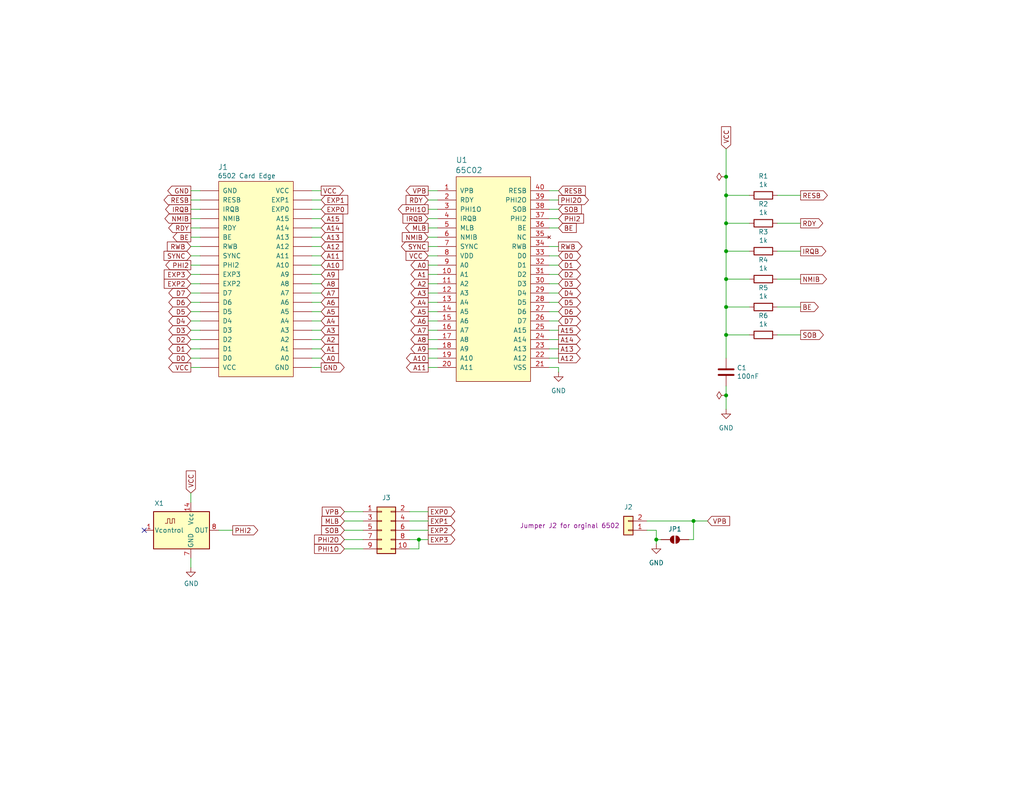
<source format=kicad_sch>
(kicad_sch (version 20250114) (generator "eeschema") (generator_version "9.0")
  (paper "USLetter")
  (title_block (title "6502 CPU Card") (date "2024-07-03") (rev "1.0") (company "A.C. Wright Design"))
  (lib_symbols
    (symbol "6502 Parts:6502 Card Edge" (pin_names (offset 1.016)) (in_bom no)
      (property "Reference" "J" (at -10.16 28.448 0))
      (property "Value" "6502 Card Edge" (at -5.588 26.924 0))
      (symbol "6502 Card Edge_1_0"
        (rectangle (start -10.16 25.4) (end 10.16 -27.94) (fill (type background)))
        (pin power_in line (at -15.24 22.86 0) (length 5.08) (name "GND") (number "GND"))
        (pin bidirectional line (at -15.24 20.32 0) (length 5.08) (name "RESB") (number "RESB"))
        (pin bidirectional line (at -15.24 17.78 0) (length 5.08) (name "IRQB") (number "IRQB"))
        (pin bidirectional line (at -15.24 15.24 0) (length 5.08) (name "NMIB") (number "NMIB"))
        (pin bidirectional line (at -15.24 12.7 0) (length 5.08) (name "RDY") (number "RDY"))
        (pin bidirectional line (at -15.24 10.16 0) (length 5.08) (name "BE") (number "BE"))
        (pin bidirectional line (at -15.24 7.62 0) (length 5.08) (name "RWB") (number "RWB"))
        (pin bidirectional line (at -15.24 5.08 0) (length 5.08) (name "SYNC") (number "SYNC"))
        (pin bidirectional line (at -15.24 2.54 0) (length 5.08) (name "PHI2") (number "PHI2"))
        (pin bidirectional line (at -15.24 0 0) (length 5.08) (name "EXP3") (number "EXP3"))
        (pin bidirectional line (at -15.24 -2.54 0) (length 5.08) (name "EXP2") (number "EXP2"))
        (pin bidirectional line (at -15.24 -5.08 0) (length 5.08) (name "D7") (number "D7"))
        (pin bidirectional line (at -15.24 -7.62 0) (length 5.08) (name "D6") (number "D6"))
        (pin bidirectional line (at -15.24 -10.16 0) (length 5.08) (name "D5") (number "D5"))
        (pin bidirectional line (at -15.24 -12.7 0) (length 5.08) (name "D4") (number "D4"))
        (pin bidirectional line (at -15.24 -15.24 0) (length 5.08) (name "D3") (number "D3"))
        (pin bidirectional line (at -15.24 -17.78 0) (length 5.08) (name "D2") (number "D2"))
        (pin bidirectional line (at -15.24 -20.32 0) (length 5.08) (name "D1") (number "D1"))
        (pin bidirectional line (at -15.24 -22.86 0) (length 5.08) (name "D0") (number "D0"))
        (pin power_in line (at -15.24 -25.4 0) (length 5.08) (name "VCC") (number "VCC"))
        (pin power_in line (at 15.24 22.86 180) (length 5.08) (name "VCC") (number "VCC"))
        (pin bidirectional line (at 15.24 20.32 180) (length 5.08) (name "EXP1") (number "EXP1"))
        (pin bidirectional line (at 15.24 17.78 180) (length 5.08) (name "EXP0") (number "EXP0"))
        (pin bidirectional line (at 15.24 15.24 180) (length 5.08) (name "A15") (number "A15"))
        (pin bidirectional line (at 15.24 12.7 180) (length 5.08) (name "A14") (number "A14"))
        (pin bidirectional line (at 15.24 10.16 180) (length 5.08) (name "A13") (number "A13"))
        (pin bidirectional line (at 15.24 7.62 180) (length 5.08) (name "A12") (number "A12"))
        (pin bidirectional line (at 15.24 5.08 180) (length 5.08) (name "A11") (number "A11"))
        (pin bidirectional line (at 15.24 2.54 180) (length 5.08) (name "A10") (number "A10"))
        (pin bidirectional line (at 15.24 0 180) (length 5.08) (name "A9") (number "A9"))
        (pin bidirectional line (at 15.24 -2.54 180) (length 5.08) (name "A8") (number "A8"))
        (pin bidirectional line (at 15.24 -5.08 180) (length 5.08) (name "A7") (number "A7"))
        (pin bidirectional line (at 15.24 -7.62 180) (length 5.08) (name "A6") (number "A6"))
        (pin bidirectional line (at 15.24 -10.16 180) (length 5.08) (name "A5") (number "A5"))
        (pin bidirectional line (at 15.24 -12.7 180) (length 5.08) (name "A4") (number "A4"))
        (pin bidirectional line (at 15.24 -15.24 180) (length 5.08) (name "A3") (number "A3"))
        (pin bidirectional line (at 15.24 -17.78 180) (length 5.08) (name "A2") (number "A2"))
        (pin bidirectional line (at 15.24 -20.32 180) (length 5.08) (name "A1") (number "A1"))
        (pin bidirectional line (at 15.24 -22.86 180) (length 5.08) (name "A0") (number "A0"))
        (pin power_in line (at 15.24 -25.4 180) (length 5.08) (name "GND") (number "GND"))
      )
    )
    (symbol "6502 Parts:65C02" (pin_names (offset 1.016))
      (property "Reference" "U" (at 5.08 8.382 0))
      (property "Value" "65C02" (at 5.08 5.842 0))
      (symbol "65C02_0_1"
        (rectangle (start 5.08 3.81) (end 25.4 -52.07) (fill (type background)))
      )
      (symbol "65C02_1_0"
        (pin bidirectional line (at 0 0 0) (length 5.08) (name "VPB") (number "1"))
        (pin bidirectional line (at 0 -2.54 0) (length 5.08) (name "RDY") (number "2"))
        (pin bidirectional line (at 0 -5.08 0) (length 5.08) (name "PHI1O") (number "3"))
        (pin input line (at 0 -7.62 0) (length 5.08) (name "IRQB") (number "4"))
        (pin bidirectional line (at 0 -10.16 0) (length 5.08) (name "MLB") (number "5"))
        (pin input line (at 0 -12.7 0) (length 5.08) (name "NMIB") (number "6"))
        (pin output line (at 0 -15.24 0) (length 5.08) (name "SYNC") (number "7"))
        (pin power_in line (at 0 -17.78 0) (length 5.08) (name "VDD") (number "8"))
        (pin output line (at 0 -20.32 0) (length 5.08) (name "A0") (number "9"))
        (pin output line (at 0 -22.86 0) (length 5.08) (name "A1") (number "10"))
        (pin output line (at 0 -25.4 0) (length 5.08) (name "A2") (number "11"))
        (pin output line (at 0 -27.94 0) (length 5.08) (name "A3") (number "12"))
        (pin output line (at 0 -30.48 0) (length 5.08) (name "A4") (number "13"))
        (pin output line (at 0 -33.02 0) (length 5.08) (name "A5") (number "14"))
        (pin output line (at 0 -35.56 0) (length 5.08) (name "A6") (number "15"))
        (pin output line (at 0 -38.1 0) (length 5.08) (name "A7") (number "16"))
        (pin output line (at 0 -40.64 0) (length 5.08) (name "A8") (number "17"))
        (pin output line (at 0 -43.18 0) (length 5.08) (name "A9") (number "18"))
        (pin output line (at 0 -45.72 0) (length 5.08) (name "A10") (number "19"))
        (pin output line (at 0 -48.26 0) (length 5.08) (name "A11") (number "20"))
        (pin input line (at 30.48 0 180) (length 5.08) (name "RESB") (number "40"))
        (pin bidirectional line (at 30.48 -2.54 180) (length 5.08) (name "PHI2O") (number "39"))
        (pin bidirectional line (at 30.48 -5.08 180) (length 5.08) (name "SOB") (number "38"))
        (pin bidirectional line (at 30.48 -7.62 180) (length 5.08) (name "PHI2") (number "37"))
        (pin bidirectional line (at 30.48 -10.16 180) (length 5.08) (name "BE") (number "36"))
        (pin no_connect line (at 30.48 -12.7 180) (length 5.08) (name "NC") (number "35"))
        (pin output line (at 30.48 -15.24 180) (length 5.08) (name "RWB") (number "34"))
        (pin output line (at 30.48 -17.78 180) (length 5.08) (name "D0") (number "33"))
        (pin output line (at 30.48 -20.32 180) (length 5.08) (name "D1") (number "32"))
        (pin output line (at 30.48 -22.86 180) (length 5.08) (name "D2") (number "31"))
        (pin output line (at 30.48 -25.4 180) (length 5.08) (name "D3") (number "30"))
        (pin output line (at 30.48 -27.94 180) (length 5.08) (name "D4") (number "29"))
        (pin output line (at 30.48 -30.48 180) (length 5.08) (name "D5") (number "28"))
        (pin output line (at 30.48 -33.02 180) (length 5.08) (name "D6") (number "27"))
        (pin output line (at 30.48 -35.56 180) (length 5.08) (name "D7") (number "26"))
        (pin output line (at 30.48 -38.1 180) (length 5.08) (name "A15") (number "25"))
        (pin output line (at 30.48 -40.64 180) (length 5.08) (name "A14") (number "24"))
        (pin output line (at 30.48 -43.18 180) (length 5.08) (name "A13") (number "23"))
        (pin output line (at 30.48 -45.72 180) (length 5.08) (name "A12") (number "22"))
        (pin power_in line (at 30.48 -48.26 180) (length 5.08) (name "VSS") (number "21"))
      )
    )
    (symbol "Connector_Generic:Conn_01x02" (pin_names (offset 1.016) (hide yes))
      (property "Reference" "J" (at 0 2.54 0))
      (property "Value" "Conn_01x02" (at 0 -5.08 0))
      (symbol "Conn_01x02_1_1"
        (rectangle (start -1.27 1.27) (end 1.27 -3.81) (stroke (width 0.254)) (fill (type background)))
        (rectangle (start -1.27 0.127) (end 0 -0.127) (stroke (width 0.1524)))
        (rectangle (start -1.27 -2.413) (end 0 -2.667) (stroke (width 0.1524)))
        (pin passive line (at -5.08 0 0) (length 3.81) (name "Pin_1") (number "1"))
        (pin passive line (at -5.08 -2.54 0) (length 3.81) (name "Pin_2") (number "2"))
      )
    )
    (symbol "Connector_Generic:Conn_02x05_Odd_Even" (pin_names (offset 1.016) (hide yes))
      (property "Reference" "J" (at 1.27 7.62 0))
      (property "Value" "Conn_02x05_Odd_Even" (at 1.27 -7.62 0))
      (symbol "Conn_02x05_Odd_Even_1_1"
        (rectangle (start -1.27 6.35) (end 3.81 -6.35) (stroke (width 0.254)) (fill (type background)))
        (rectangle (start -1.27 5.207) (end 0 4.953) (stroke (width 0.1524)))
        (rectangle (start -1.27 2.667) (end 0 2.413) (stroke (width 0.1524)))
        (rectangle (start -1.27 0.127) (end 0 -0.127) (stroke (width 0.1524)))
        (rectangle (start -1.27 -2.413) (end 0 -2.667) (stroke (width 0.1524)))
        (rectangle (start -1.27 -4.953) (end 0 -5.207) (stroke (width 0.1524)))
        (rectangle (start 3.81 5.207) (end 2.54 4.953) (stroke (width 0.1524)))
        (rectangle (start 3.81 2.667) (end 2.54 2.413) (stroke (width 0.1524)))
        (rectangle (start 3.81 0.127) (end 2.54 -0.127) (stroke (width 0.1524)))
        (rectangle (start 3.81 -2.413) (end 2.54 -2.667) (stroke (width 0.1524)))
        (rectangle (start 3.81 -4.953) (end 2.54 -5.207) (stroke (width 0.1524)))
        (pin passive line (at -5.08 5.08 0) (length 3.81) (name "Pin_1") (number "1"))
        (pin passive line (at -5.08 2.54 0) (length 3.81) (name "Pin_3") (number "3"))
        (pin passive line (at -5.08 0 0) (length 3.81) (name "Pin_5") (number "5"))
        (pin passive line (at -5.08 -2.54 0) (length 3.81) (name "Pin_7") (number "7"))
        (pin passive line (at -5.08 -5.08 0) (length 3.81) (name "Pin_9") (number "9"))
        (pin passive line (at 7.62 5.08 180) (length 3.81) (name "Pin_2") (number "2"))
        (pin passive line (at 7.62 2.54 180) (length 3.81) (name "Pin_4") (number "4"))
        (pin passive line (at 7.62 0 180) (length 3.81) (name "Pin_6") (number "6"))
        (pin passive line (at 7.62 -2.54 180) (length 3.81) (name "Pin_8") (number "8"))
        (pin passive line (at 7.62 -5.08 180) (length 3.81) (name "Pin_10") (number "10"))
      )
    )
    (symbol "Device:C" (pin_numbers (hide yes)) (pin_names (offset 0.254))
      (property "Reference" "C" (at 0.635 2.54 0))
      (property "Value" "C" (at 0.635 -2.54 0))
      (symbol "C_0_1"
        (polyline (pts (xy -2.032 0.762) (xy 2.032 0.762)) (stroke (width 0.508)))
        (polyline (pts (xy -2.032 -0.762) (xy 2.032 -0.762)) (stroke (width 0.508)))
      )
      (symbol "C_1_1"
        (pin passive line (at 0 3.81 270) (length 2.794) (name "~") (number "1"))
        (pin passive line (at 0 -3.81 90) (length 2.794) (name "~") (number "2"))
      )
    )
    (symbol "Device:R" (pin_numbers (hide yes)) (pin_names (offset 0))
      (property "Reference" "R" (at 2.032 0 90))
      (property "Value" "R" (at 0 0 90))
      (symbol "R_0_1"
        (rectangle (start -1.016 -2.54) (end 1.016 2.54) (stroke (width 0.254)))
      )
      (symbol "R_1_1"
        (pin passive line (at 0 3.81 270) (length 1.27) (name "~") (number "1"))
        (pin passive line (at 0 -3.81 90) (length 1.27) (name "~") (number "2"))
      )
    )
    (symbol "Jumper:SolderJumper_2_Open" (pin_numbers (hide yes)) (pin_names (offset 0) (hide yes)) (exclude_from_sim yes) (in_bom no)
      (property "Reference" "JP" (at 0 2.032 0))
      (property "Value" "SolderJumper_2_Open" (at 0 -2.54 0))
      (symbol "SolderJumper_2_Open_0_1"
        (polyline (pts (xy -0.254 1.016) (xy -0.254 -1.016)))
        (arc (start -0.254 -1.016) (mid -1.2656 0) (end -0.254 1.016))
        (arc (start -0.254 -1.016) (mid -1.2656 0) (end -0.254 1.016) (fill (type outline)))
        (arc (start 0.254 1.016) (mid 1.2656 0) (end 0.254 -1.016))
        (arc (start 0.254 1.016) (mid 1.2656 0) (end 0.254 -1.016) (fill (type outline)))
        (polyline (pts (xy 0.254 1.016) (xy 0.254 -1.016)))
      )
      (symbol "SolderJumper_2_Open_1_1"
        (pin passive line (at -3.81 0 0) (length 2.54) (name "A") (number "1"))
        (pin passive line (at 3.81 0 180) (length 2.54) (name "B") (number "2"))
      )
    )
    (symbol "Oscillator:OCXO-14" (pin_names (offset 0.254))
      (property "Reference" "X" (at -5.08 6.35 0))
      (property "Value" "OCXO-14" (at 1.27 -6.35 0))
      (symbol "OCXO-14_0_1"
        (rectangle (start -10.16 5.08) (end 5.08 -5.08) (stroke (width 0.254)) (fill (type background)))
        (polyline (pts (xy -6.985 1.905) (xy -6.35 1.905) (xy -6.35 3.175) (xy -5.715 3.175) (xy -5.715 1.905) (xy -5.08 1.905) (xy -5.08 3.175) (xy -4.445 3.175) (xy -4.445 1.905)))
      )
      (symbol "OCXO-14_1_1"
        (pin input line (at -12.7 0 0) (length 2.54) (name "Vcontrol") (number "1"))
        (pin power_in line (at 0 7.62 270) (length 2.54) (name "Vcc") (number "14"))
        (pin power_in line (at 0 -7.62 90) (length 2.54) (name "GND") (number "7"))
        (pin output line (at 7.62 0 180) (length 2.54) (name "OUT") (number "8"))
      )
    )
    (symbol "power:GND" (power) (pin_numbers (hide yes)) (pin_names (offset 0) (hide yes))
      (property "Value" "GND" (at 0 -3.81 0))
      (symbol "GND_0_1"
        (polyline (pts (xy 0 0) (xy 0 -1.27) (xy 1.27 -1.27) (xy 0 -2.54) (xy -1.27 -1.27) (xy 0 -1.27)))
      )
      (symbol "GND_1_1"
        (pin power_in line (at 0 0 270) (length 0) (name "~") (number "1"))
      )
    )
    (symbol "power:PWR_FLAG" (power) (pin_numbers (hide yes)) (pin_names (offset 0) (hide yes))
      (property "Value" "PWR_FLAG" (at 0 3.81 0))
      (symbol "PWR_FLAG_0_0"
        (pin power_out line (at 0 0 90) (length 0) (name "~") (number "1"))
      )
      (symbol "PWR_FLAG_0_1"
        (polyline (pts (xy 0 0) (xy 0 1.27) (xy -1.016 1.905) (xy 0 2.54) (xy 1.016 1.905) (xy 0 1.27)))
      )
    )
  )
  (junction (at 198.12 68.58))
  (junction (at 198.12 48.26))
  (junction (at 198.12 91.44))
  (junction (at 114.3 147.32))
  (junction (at 189.23 142.24))
  (junction (at 198.12 107.95))
  (junction (at 198.12 53.34))
  (junction (at 198.12 83.82))
  (junction (at 179.07 147.32))
  (junction (at 198.12 76.2))
  (junction (at 198.12 60.96))
  (no_connect (at 39.37 144.78))
  (wire (pts (xy 149.86 95.25) (xy 152.4 95.25)))
  (wire (pts (xy 85.09 74.93) (xy 87.63 74.93)))
  (wire (pts (xy 52.07 62.23) (xy 54.61 62.23)))
  (wire (pts (xy 114.3 147.32) (xy 116.84 147.32)))
  (wire (pts (xy 149.86 90.17) (xy 152.4 90.17)))
  (wire (pts (xy 149.86 62.23) (xy 152.4 62.23)))
  (wire (pts (xy 116.84 85.09) (xy 119.38 85.09)))
  (wire (pts (xy 85.09 92.71) (xy 87.63 92.71)))
  (wire (pts (xy 52.07 92.71) (xy 54.61 92.71)))
  (wire (pts (xy 149.86 92.71) (xy 152.4 92.71)))
  (wire (pts (xy 116.84 90.17) (xy 119.38 90.17)))
  (wire (pts (xy 149.86 74.93) (xy 152.4 74.93)))
  (wire (pts (xy 85.09 97.79) (xy 87.63 97.79)))
  (wire (pts (xy 149.86 97.79) (xy 152.4 97.79)))
  (wire (pts (xy 52.07 134.62) (xy 52.07 137.16)))
  (wire (pts (xy 116.84 62.23) (xy 119.38 62.23)))
  (wire (pts (xy 198.12 40.64) (xy 198.12 48.26)))
  (wire (pts (xy 116.84 95.25) (xy 119.38 95.25)))
  (wire (pts (xy 149.86 82.55) (xy 152.4 82.55)))
  (wire (pts (xy 198.12 48.26) (xy 198.12 53.34)))
  (wire (pts (xy 149.86 85.09) (xy 152.4 85.09)))
  (wire (pts (xy 59.69 144.78) (xy 63.5 144.78)))
  (wire (pts (xy 52.07 95.25) (xy 54.61 95.25)))
  (wire (pts (xy 198.12 53.34) (xy 198.12 60.96)))
  (wire (pts (xy 116.84 52.07) (xy 119.38 52.07)))
  (wire (pts (xy 85.09 67.31) (xy 87.63 67.31)))
  (wire (pts (xy 52.07 152.4) (xy 52.07 154.94)))
  (wire (pts (xy 52.07 72.39) (xy 54.61 72.39)))
  (wire (pts (xy 198.12 68.58) (xy 198.12 76.2)))
  (wire (pts (xy 85.09 77.47) (xy 87.63 77.47)))
  (wire (pts (xy 52.07 69.85) (xy 54.61 69.85)))
  (wire (pts (xy 93.98 142.24) (xy 99.06 142.24)))
  (wire (pts (xy 198.12 60.96) (xy 204.47 60.96)))
  (wire (pts (xy 198.12 91.44) (xy 204.47 91.44)))
  (wire (pts (xy 116.84 59.69) (xy 119.38 59.69)))
  (wire (pts (xy 149.86 80.01) (xy 152.4 80.01)))
  (wire (pts (xy 111.76 139.7) (xy 116.84 139.7)))
  (wire (pts (xy 52.07 82.55) (xy 54.61 82.55)))
  (wire (pts (xy 180.34 147.32) (xy 179.07 147.32)))
  (wire (pts (xy 198.12 105.41) (xy 198.12 107.95)))
  (wire (pts (xy 198.12 91.44) (xy 198.12 97.79)))
  (wire (pts (xy 85.09 57.15) (xy 87.63 57.15)))
  (wire (pts (xy 93.98 144.78) (xy 99.06 144.78)))
  (wire (pts (xy 114.3 149.86) (xy 114.3 147.32)))
  (wire (pts (xy 52.07 64.77) (xy 54.61 64.77)))
  (wire (pts (xy 198.12 83.82) (xy 198.12 91.44)))
  (wire (pts (xy 198.12 83.82) (xy 204.47 83.82)))
  (wire (pts (xy 85.09 62.23) (xy 87.63 62.23)))
  (wire (pts (xy 116.84 82.55) (xy 119.38 82.55)))
  (wire (pts (xy 189.23 142.24) (xy 193.04 142.24)))
  (wire (pts (xy 212.09 60.96) (xy 218.44 60.96)))
  (wire (pts (xy 212.09 76.2) (xy 218.44 76.2)))
  (wire (pts (xy 52.07 97.79) (xy 54.61 97.79)))
  (wire (pts (xy 85.09 54.61) (xy 87.63 54.61)))
  (wire (pts (xy 85.09 64.77) (xy 87.63 64.77)))
  (wire (pts (xy 116.84 74.93) (xy 119.38 74.93)))
  (wire (pts (xy 85.09 95.25) (xy 87.63 95.25)))
  (wire (pts (xy 116.84 69.85) (xy 119.38 69.85)))
  (wire (pts (xy 93.98 149.86) (xy 99.06 149.86)))
  (wire (pts (xy 198.12 60.96) (xy 198.12 68.58)))
  (wire (pts (xy 85.09 90.17) (xy 87.63 90.17)))
  (wire (pts (xy 198.12 107.95) (xy 198.12 111.76)))
  (wire (pts (xy 198.12 76.2) (xy 204.47 76.2)))
  (wire (pts (xy 52.07 59.69) (xy 54.61 59.69)))
  (wire (pts (xy 52.07 74.93) (xy 54.61 74.93)))
  (wire (pts (xy 116.84 92.71) (xy 119.38 92.71)))
  (wire (pts (xy 179.07 147.32) (xy 179.07 148.59)))
  (wire (pts (xy 52.07 87.63) (xy 54.61 87.63)))
  (wire (pts (xy 52.07 90.17) (xy 54.61 90.17)))
  (wire (pts (xy 198.12 68.58) (xy 204.47 68.58)))
  (wire (pts (xy 116.84 77.47) (xy 119.38 77.47)))
  (wire (pts (xy 149.86 52.07) (xy 152.4 52.07)))
  (wire (pts (xy 149.86 69.85) (xy 152.4 69.85)))
  (wire (pts (xy 149.86 57.15) (xy 152.4 57.15)))
  (wire (pts (xy 85.09 52.07) (xy 87.63 52.07)))
  (wire (pts (xy 111.76 147.32) (xy 114.3 147.32)))
  (wire (pts (xy 116.84 57.15) (xy 119.38 57.15)))
  (wire (pts (xy 116.84 97.79) (xy 119.38 97.79)))
  (wire (pts (xy 85.09 72.39) (xy 87.63 72.39)))
  (wire (pts (xy 52.07 52.07) (xy 54.61 52.07)))
  (wire (pts (xy 149.86 87.63) (xy 152.4 87.63)))
  (wire (pts (xy 189.23 147.32) (xy 187.96 147.32)))
  (wire (pts (xy 52.07 57.15) (xy 54.61 57.15)))
  (wire (pts (xy 52.07 54.61) (xy 54.61 54.61)))
  (wire (pts (xy 111.76 149.86) (xy 114.3 149.86)))
  (wire (pts (xy 85.09 80.01) (xy 87.63 80.01)))
  (wire (pts (xy 52.07 85.09) (xy 54.61 85.09)))
  (wire (pts (xy 93.98 147.32) (xy 99.06 147.32)))
  (wire (pts (xy 85.09 85.09) (xy 87.63 85.09)))
  (wire (pts (xy 198.12 76.2) (xy 198.12 83.82)))
  (wire (pts (xy 198.12 53.34) (xy 204.47 53.34)))
  (wire (pts (xy 212.09 91.44) (xy 218.44 91.44)))
  (wire (pts (xy 52.07 67.31) (xy 54.61 67.31)))
  (wire (pts (xy 149.86 72.39) (xy 152.4 72.39)))
  (wire (pts (xy 176.53 144.78) (xy 179.07 144.78)))
  (wire (pts (xy 85.09 59.69) (xy 87.63 59.69)))
  (wire (pts (xy 212.09 53.34) (xy 218.44 53.34)))
  (wire (pts (xy 176.53 142.24) (xy 189.23 142.24)))
  (wire (pts (xy 52.07 80.01) (xy 54.61 80.01)))
  (wire (pts (xy 212.09 68.58) (xy 218.44 68.58)))
  (wire (pts (xy 149.86 67.31) (xy 152.4 67.31)))
  (wire (pts (xy 116.84 54.61) (xy 119.38 54.61)))
  (wire (pts (xy 116.84 87.63) (xy 119.38 87.63)))
  (wire (pts (xy 149.86 100.33) (xy 152.4 100.33)))
  (wire (pts (xy 149.86 54.61) (xy 152.4 54.61)))
  (wire (pts (xy 85.09 100.33) (xy 87.63 100.33)))
  (wire (pts (xy 85.09 82.55) (xy 87.63 82.55)))
  (wire (pts (xy 149.86 59.69) (xy 152.4 59.69)))
  (wire (pts (xy 189.23 147.32) (xy 189.23 142.24)))
  (wire (pts (xy 116.84 100.33) (xy 119.38 100.33)))
  (wire (pts (xy 93.98 139.7) (xy 99.06 139.7)))
  (wire (pts (xy 85.09 87.63) (xy 87.63 87.63)))
  (wire (pts (xy 152.4 100.33) (xy 152.4 101.6)))
  (wire (pts (xy 111.76 144.78) (xy 116.84 144.78)))
  (wire (pts (xy 52.07 100.33) (xy 54.61 100.33)))
  (wire (pts (xy 116.84 64.77) (xy 119.38 64.77)))
  (wire (pts (xy 179.07 144.78) (xy 179.07 147.32)))
  (wire (pts (xy 212.09 83.82) (xy 218.44 83.82)))
  (wire (pts (xy 116.84 67.31) (xy 119.38 67.31)))
  (wire (pts (xy 52.07 77.47) (xy 54.61 77.47)))
  (wire (pts (xy 149.86 77.47) (xy 152.4 77.47)))
  (wire (pts (xy 85.09 69.85) (xy 87.63 69.85)))
  (wire (pts (xy 111.76 142.24) (xy 116.84 142.24)))
  (wire (pts (xy 116.84 72.39) (xy 119.38 72.39)))
  (wire (pts (xy 116.84 80.01) (xy 119.38 80.01)))
  (global_label "D7" (shape bidirectional) (at 52.07 80.01 180) (property "Intersheetrefs" "${INTERSHEET_REFS}" (effects (hide yes))))
  (global_label "D2" (shape bidirectional) (at 152.4 74.93 0) (property "Intersheetrefs" "${INTERSHEET_REFS}" (effects (hide yes))))
  (global_label "A12" (shape input) (at 87.63 67.31 0) (property "Intersheetrefs" "${INTERSHEET_REFS}" (effects (hide yes))))
  (global_label "D1" (shape bidirectional) (at 52.07 95.25 180) (property "Intersheetrefs" "${INTERSHEET_REFS}" (effects (hide yes))))
  (global_label "D6" (shape bidirectional) (at 52.07 82.55 180) (property "Intersheetrefs" "${INTERSHEET_REFS}" (effects (hide yes))))
  (global_label "D4" (shape bidirectional) (at 52.07 87.63 180) (property "Intersheetrefs" "${INTERSHEET_REFS}" (effects (hide yes))))
  (global_label "A2" (shape output) (at 116.84 77.47 180) (property "Intersheetrefs" "${INTERSHEET_REFS}" (effects (hide yes))))
  (global_label "NMIB" (shape output) (at 218.44 76.2 0) (property "Intersheetrefs" "${INTERSHEET_REFS}" (effects (hide yes))))
  (global_label "EXP3" (shape input) (at 52.07 74.93 180) (property "Intersheetrefs" "${INTERSHEET_REFS}" (effects (hide yes))))
  (global_label "D4" (shape bidirectional) (at 152.4 80.01 0) (property "Intersheetrefs" "${INTERSHEET_REFS}" (effects (hide yes))))
  (global_label "SOB" (shape output) (at 218.44 91.44 0) (property "Intersheetrefs" "${INTERSHEET_REFS}" (effects (hide yes))))
  (global_label "NMIB" (shape input) (at 116.84 64.77 180) (property "Intersheetrefs" "${INTERSHEET_REFS}" (effects (hide yes))))
  (global_label "EXP2" (shape input) (at 52.07 77.47 180) (property "Intersheetrefs" "${INTERSHEET_REFS}" (effects (hide yes))))
  (global_label "A7" (shape input) (at 87.63 80.01 0) (property "Intersheetrefs" "${INTERSHEET_REFS}" (effects (hide yes))))
  (global_label "A10" (shape input) (at 87.63 72.39 0) (property "Intersheetrefs" "${INTERSHEET_REFS}" (effects (hide yes))))
  (global_label "RWB" (shape input) (at 52.07 67.31 180) (property "Intersheetrefs" "${INTERSHEET_REFS}" (effects (hide yes))))
  (global_label "D5" (shape bidirectional) (at 152.4 82.55 0) (property "Intersheetrefs" "${INTERSHEET_REFS}" (effects (hide yes))))
  (global_label "D3" (shape bidirectional) (at 52.07 90.17 180) (property "Intersheetrefs" "${INTERSHEET_REFS}" (effects (hide yes))))
  (global_label "RESB" (shape output) (at 52.07 54.61 180) (property "Intersheetrefs" "${INTERSHEET_REFS}" (effects (hide yes))))
  (global_label "A13" (shape input) (at 87.63 64.77 0) (property "Intersheetrefs" "${INTERSHEET_REFS}" (effects (hide yes))))
  (global_label "MLB" (shape input) (at 93.98 142.24 180) (property "Intersheetrefs" "${INTERSHEET_REFS}" (effects (hide yes))))
  (global_label "PHI2O" (shape input) (at 93.98 147.32 180) (property "Intersheetrefs" "${INTERSHEET_REFS}" (effects (hide yes))))
  (global_label "RESB" (shape input) (at 152.4 52.07 0) (property "Intersheetrefs" "${INTERSHEET_REFS}" (effects (hide yes))))
  (global_label "A6" (shape input) (at 87.63 82.55 0) (property "Intersheetrefs" "${INTERSHEET_REFS}" (effects (hide yes))))
  (global_label "GND" (shape output) (at 52.07 52.07 180) (property "Intersheetrefs" "${INTERSHEET_REFS}" (effects (hide yes))))
  (global_label "EXP1" (shape output) (at 116.84 142.24 0) (property "Intersheetrefs" "${INTERSHEET_REFS}" (effects (hide yes))))
  (global_label "D0" (shape bidirectional) (at 52.07 97.79 180) (property "Intersheetrefs" "${INTERSHEET_REFS}" (effects (hide yes))))
  (global_label "NMIB" (shape output) (at 52.07 59.69 180) (property "Intersheetrefs" "${INTERSHEET_REFS}" (effects (hide yes))))
  (global_label "BE" (shape output) (at 218.44 83.82 0) (property "Intersheetrefs" "${INTERSHEET_REFS}" (effects (hide yes))))
  (global_label "RDY" (shape output) (at 218.44 60.96 0) (property "Intersheetrefs" "${INTERSHEET_REFS}" (effects (hide yes))))
  (global_label "D2" (shape bidirectional) (at 52.07 92.71 180) (property "Intersheetrefs" "${INTERSHEET_REFS}" (effects (hide yes))))
  (global_label "EXP0" (shape input) (at 87.63 57.15 0) (property "Intersheetrefs" "${INTERSHEET_REFS}" (effects (hide yes))))
  (global_label "A6" (shape output) (at 116.84 87.63 180) (property "Intersheetrefs" "${INTERSHEET_REFS}" (effects (hide yes))))
  (global_label "MLB" (shape output) (at 116.84 62.23 180) (property "Intersheetrefs" "${INTERSHEET_REFS}" (effects (hide yes))))
  (global_label "GND" (shape output) (at 87.63 100.33 0) (property "Intersheetrefs" "${INTERSHEET_REFS}" (effects (hide yes))))
  (global_label "BE" (shape input) (at 152.4 62.23 0) (property "Intersheetrefs" "${INTERSHEET_REFS}" (effects (hide yes))))
  (global_label "A7" (shape output) (at 116.84 90.17 180) (property "Intersheetrefs" "${INTERSHEET_REFS}" (effects (hide yes))))
  (global_label "PHI2O" (shape output) (at 152.4 54.61 0) (property "Intersheetrefs" "${INTERSHEET_REFS}" (effects (hide yes))))
  (global_label "RESB" (shape output) (at 218.44 53.34 0) (property "Intersheetrefs" "${INTERSHEET_REFS}" (effects (hide yes))))
  (global_label "PHI2" (shape output) (at 52.07 72.39 180) (property "Intersheetrefs" "${INTERSHEET_REFS}" (effects (hide yes))))
  (global_label "VCC" (shape input) (at 52.07 134.62 90) (property "Intersheetrefs" "${INTERSHEET_REFS}" (effects (hide yes))))
  (global_label "PHI1O" (shape output) (at 116.84 57.15 180) (property "Intersheetrefs" "${INTERSHEET_REFS}" (effects (hide yes))))
  (global_label "VPB" (shape input) (at 93.98 139.7 180) (property "Intersheetrefs" "${INTERSHEET_REFS}" (effects (hide yes))))
  (global_label "RDY" (shape input) (at 116.84 54.61 180) (property "Intersheetrefs" "${INTERSHEET_REFS}" (effects (hide yes))))
  (global_label "A12" (shape output) (at 152.4 97.79 0) (property "Intersheetrefs" "${INTERSHEET_REFS}" (effects (hide yes))))
  (global_label "PHI2" (shape output) (at 63.5 144.78 0) (property "Intersheetrefs" "${INTERSHEET_REFS}" (effects (hide yes))))
  (global_label "SOB" (shape input) (at 152.4 57.15 0) (property "Intersheetrefs" "${INTERSHEET_REFS}" (effects (hide yes))))
  (global_label "PHI2" (shape input) (at 152.4 59.69 0) (property "Intersheetrefs" "${INTERSHEET_REFS}" (effects (hide yes))))
  (global_label "A11" (shape output) (at 116.84 100.33 180) (property "Intersheetrefs" "${INTERSHEET_REFS}" (effects (hide yes))))
  (global_label "IRQB" (shape input) (at 116.84 59.69 180) (property "Intersheetrefs" "${INTERSHEET_REFS}" (effects (hide yes))))
  (global_label "A1" (shape output) (at 116.84 74.93 180) (property "Intersheetrefs" "${INTERSHEET_REFS}" (effects (hide yes))))
  (global_label "PHI1O" (shape input) (at 93.98 149.86 180) (property "Intersheetrefs" "${INTERSHEET_REFS}" (effects (hide yes))))
  (global_label "A5" (shape output) (at 116.84 85.09 180) (property "Intersheetrefs" "${INTERSHEET_REFS}" (effects (hide yes))))
  (global_label "A4" (shape input) (at 87.63 87.63 0) (property "Intersheetrefs" "${INTERSHEET_REFS}" (effects (hide yes))))
  (global_label "VPB" (shape input) (at 193.04 142.24 0) (property "Intersheetrefs" "${INTERSHEET_REFS}" (effects (hide yes))))
  (global_label "SYNC" (shape output) (at 116.84 67.31 180) (property "Intersheetrefs" "${INTERSHEET_REFS}" (effects (hide yes))))
  (global_label "A11" (shape input) (at 87.63 69.85 0) (property "Intersheetrefs" "${INTERSHEET_REFS}" (effects (hide yes))))
  (global_label "VCC" (shape input) (at 116.84 69.85 180) (property "Intersheetrefs" "${INTERSHEET_REFS}" (effects (hide yes))))
  (global_label "A9" (shape input) (at 87.63 74.93 0) (property "Intersheetrefs" "${INTERSHEET_REFS}" (effects (hide yes))))
  (global_label "A0" (shape input) (at 87.63 97.79 0) (property "Intersheetrefs" "${INTERSHEET_REFS}" (effects (hide yes))))
  (global_label "A2" (shape input) (at 87.63 92.71 0) (property "Intersheetrefs" "${INTERSHEET_REFS}" (effects (hide yes))))
  (global_label "EXP1" (shape input) (at 87.63 54.61 0) (property "Intersheetrefs" "${INTERSHEET_REFS}" (effects (hide yes))))
  (global_label "D6" (shape bidirectional) (at 152.4 85.09 0) (property "Intersheetrefs" "${INTERSHEET_REFS}" (effects (hide yes))))
  (global_label "EXP3" (shape output) (at 116.84 147.32 0) (property "Intersheetrefs" "${INTERSHEET_REFS}" (effects (hide yes))))
  (global_label "BE" (shape output) (at 52.07 64.77 180) (property "Intersheetrefs" "${INTERSHEET_REFS}" (effects (hide yes))))
  (global_label "A3" (shape output) (at 116.84 80.01 180) (property "Intersheetrefs" "${INTERSHEET_REFS}" (effects (hide yes))))
  (global_label "EXP2" (shape output) (at 116.84 144.78 0) (property "Intersheetrefs" "${INTERSHEET_REFS}" (effects (hide yes))))
  (global_label "VPB" (shape output) (at 116.84 52.07 180) (property "Intersheetrefs" "${INTERSHEET_REFS}" (effects (hide yes))))
  (global_label "A13" (shape output) (at 152.4 95.25 0) (property "Intersheetrefs" "${INTERSHEET_REFS}" (effects (hide yes))))
  (global_label "IRQB" (shape output) (at 218.44 68.58 0) (property "Intersheetrefs" "${INTERSHEET_REFS}" (effects (hide yes))))
  (global_label "A8" (shape output) (at 116.84 92.71 180) (property "Intersheetrefs" "${INTERSHEET_REFS}" (effects (hide yes))))
  (global_label "D7" (shape bidirectional) (at 152.4 87.63 0) (property "Intersheetrefs" "${INTERSHEET_REFS}" (effects (hide yes))))
  (global_label "D0" (shape bidirectional) (at 152.4 69.85 0) (property "Intersheetrefs" "${INTERSHEET_REFS}" (effects (hide yes))))
  (global_label "A3" (shape input) (at 87.63 90.17 0) (property "Intersheetrefs" "${INTERSHEET_REFS}" (effects (hide yes))))
  (global_label "D5" (shape bidirectional) (at 52.07 85.09 180) (property "Intersheetrefs" "${INTERSHEET_REFS}" (effects (hide yes))))
  (global_label "A5" (shape input) (at 87.63 85.09 0) (property "Intersheetrefs" "${INTERSHEET_REFS}" (effects (hide yes))))
  (global_label "RWB" (shape output) (at 152.4 67.31 0) (property "Intersheetrefs" "${INTERSHEET_REFS}" (effects (hide yes))))
  (global_label "RDY" (shape output) (at 52.07 62.23 180) (property "Intersheetrefs" "${INTERSHEET_REFS}" (effects (hide yes))))
  (global_label "D3" (shape bidirectional) (at 152.4 77.47 0) (property "Intersheetrefs" "${INTERSHEET_REFS}" (effects (hide yes))))
  (global_label "A15" (shape output) (at 152.4 90.17 0) (property "Intersheetrefs" "${INTERSHEET_REFS}" (effects (hide yes))))
  (global_label "SYNC" (shape input) (at 52.07 69.85 180) (property "Intersheetrefs" "${INTERSHEET_REFS}" (effects (hide yes))))
  (global_label "D1" (shape bidirectional) (at 152.4 72.39 0) (property "Intersheetrefs" "${INTERSHEET_REFS}" (effects (hide yes))))
  (global_label "A4" (shape output) (at 116.84 82.55 180) (property "Intersheetrefs" "${INTERSHEET_REFS}" (effects (hide yes))))
  (global_label "A1" (shape input) (at 87.63 95.25 0) (property "Intersheetrefs" "${INTERSHEET_REFS}" (effects (hide yes))))
  (global_label "VCC" (shape output) (at 87.63 52.07 0) (property "Intersheetrefs" "${INTERSHEET_REFS}" (effects (hide yes))))
  (global_label "A14" (shape input) (at 87.63 62.23 0) (property "Intersheetrefs" "${INTERSHEET_REFS}" (effects (hide yes))))
  (global_label "A0" (shape output) (at 116.84 72.39 180) (property "Intersheetrefs" "${INTERSHEET_REFS}" (effects (hide yes))))
  (global_label "A8" (shape input) (at 87.63 77.47 0) (property "Intersheetrefs" "${INTERSHEET_REFS}" (effects (hide yes))))
  (global_label "VCC" (shape input) (at 198.12 40.64 90) (property "Intersheetrefs" "${INTERSHEET_REFS}" (effects (hide yes))))
  (global_label "IRQB" (shape output) (at 52.07 57.15 180) (property "Intersheetrefs" "${INTERSHEET_REFS}" (effects (hide yes))))
  (global_label "A15" (shape input) (at 87.63 59.69 0) (property "Intersheetrefs" "${INTERSHEET_REFS}" (effects (hide yes))))
  (global_label "VCC" (shape output) (at 52.07 100.33 180) (property "Intersheetrefs" "${INTERSHEET_REFS}" (effects (hide yes))))
  (global_label "A9" (shape output) (at 116.84 95.25 180) (property "Intersheetrefs" "${INTERSHEET_REFS}" (effects (hide yes))))
  (global_label "A10" (shape output) (at 116.84 97.79 180) (property "Intersheetrefs" "${INTERSHEET_REFS}" (effects (hide yes))))
  (global_label "SOB" (shape input) (at 93.98 144.78 180) (property "Intersheetrefs" "${INTERSHEET_REFS}" (effects (hide yes))))
  (global_label "EXP0" (shape output) (at 116.84 139.7 0) (property "Intersheetrefs" "${INTERSHEET_REFS}" (effects (hide yes))))
  (global_label "A14" (shape output) (at 152.4 92.71 0) (property "Intersheetrefs" "${INTERSHEET_REFS}" (effects (hide yes))))
  (symbol (lib_id "6502 Parts:6502 Card Edge") (at 69.85 74.93 0) (unit 1) (in_bom no)
    (property "Reference" "J1" (at 59.436 46.482 0) (effects (font (size 1.4986 1.4986)) (justify left bottom)))
    (property "Value" "6502 Card Edge" (at 67.31 48.006 0))
    (property "Footprint" "6502 Parts:6502 Card Edge" (effects (hide yes)))
  )
  (symbol (lib_id "6502 Parts:65C02") (at 119.38 52.07 0) (unit 1) (in_bom no)
    (property "Reference" "U1" (at 125.984 43.688 0) (effects (font (size 1.4986 1.4986))))
    (property "Value" "65C02" (at 124.206 46.482 0) (effects (font (size 1.4986 1.4986)) (justify left)))
    (property "Footprint" "Package_DIP:DIP-40_W15.24mm_Socket_LongPads" (effects (hide yes)))
  )
  (symbol (lib_id "Device:R") (at 208.28 53.34 270) (unit 1)
    (property "Reference" "R1" (at 208.28 48.0822 90))
    (property "Value" "1k" (at 208.28 50.3936 90))
    (property "Footprint" "Resistor_SMD:R_0805_2012Metric" (effects (hide yes)))
    (property "Description" "Resistor" (effects (hide yes)))
    (property "LCSC" "C17513" (effects (hide yes)))
  )
  (symbol (lib_id "Device:R") (at 208.28 60.96 270) (unit 1)
    (property "Reference" "R2" (at 208.28 55.7022 90))
    (property "Value" "1k" (at 208.28 58.0136 90))
    (property "Footprint" "Resistor_SMD:R_0805_2012Metric" (effects (hide yes)))
    (property "Description" "Resistor" (effects (hide yes)))
    (property "LCSC" "C17513" (effects (hide yes)))
  )
  (symbol (lib_id "Device:R") (at 208.28 68.58 270) (unit 1)
    (property "Reference" "R3" (at 208.28 63.3222 90))
    (property "Value" "1k" (at 208.28 65.6336 90))
    (property "Footprint" "Resistor_SMD:R_0805_2012Metric" (effects (hide yes)))
    (property "Description" "Resistor" (effects (hide yes)))
    (property "LCSC" "C17513" (effects (hide yes)))
  )
  (symbol (lib_id "Device:R") (at 208.28 76.2 270) (unit 1)
    (property "Reference" "R4" (at 208.28 70.9422 90))
    (property "Value" "1k" (at 208.28 73.2536 90))
    (property "Footprint" "Resistor_SMD:R_0805_2012Metric" (effects (hide yes)))
    (property "Description" "Resistor" (effects (hide yes)))
    (property "LCSC" "C17513" (effects (hide yes)))
  )
  (symbol (lib_id "Device:R") (at 208.28 83.82 270) (unit 1)
    (property "Reference" "R5" (at 208.28 78.5622 90))
    (property "Value" "1k" (at 208.28 80.8736 90))
    (property "Footprint" "Resistor_SMD:R_0805_2012Metric" (effects (hide yes)))
    (property "Description" "Resistor" (effects (hide yes)))
    (property "LCSC" "C17513" (effects (hide yes)))
  )
  (symbol (lib_id "Device:C") (at 198.12 101.6 0) (unit 1)
    (property "Reference" "C1" (at 201.041 100.4316 0) (effects (justify left)))
    (property "Value" "100nF" (at 201.041 102.743 0) (effects (justify left)))
    (property "Footprint" "Capacitor_SMD:C_0805_2012Metric" (effects (hide yes)))
    (property "Description" "Unpolarized capacitor" (effects (hide yes)))
    (property "LCSC" "C49678" (effects (hide yes)))
  )
  (symbol (lib_id "power:GND") (at 198.12 111.76 0) (unit 1)
    (property "Reference" "#PWR02" (effects (hide yes)))
    (property "Value" "GND" (at 198.12 116.84 0))
    (property "Description" "Power symbol creates a global label with name \"GND\" , ground" (effects (hide yes)))
  )
  (symbol (lib_id "Jumper:SolderJumper_2_Open") (at 184.15 147.32 0) (unit 1) (in_bom no)
    (property "Reference" "JP1" (at 184.15 144.4498 0))
    (property "Value" "SolderJumper_2_Open" (effects (hide yes)))
    (property "Footprint" "Jumper:SolderJumper-2_P1.3mm_Open_RoundedPad1.0x1.5mm" (effects (hide yes)))
    (property "Description" "Solder Jumper, 2-pole, open" (effects (hide yes)))
  )
  (symbol (lib_id "Connector_Generic:Conn_02x05_Odd_Even") (at 104.14 144.78 0) (unit 1) (in_bom no)
    (property "Reference" "J3" (at 105.41 135.89 0))
    (property "Value" "Conn_02x05_Odd_Even" (effects (hide yes)))
    (property "Footprint" "Connector_PinHeader_2.54mm:PinHeader_2x05_P2.54mm_Vertical" (effects (hide yes)))
    (property "Description" "Generic connector, double row, 02x05, odd/even pin numbering scheme (row 1 odd numbers, row 2 even numbers), script generated (kicad-library-utils/schlib/autogen/connector/)" (effects (hide yes)))
  )
  (symbol (lib_id "power:PWR_FLAG") (at 198.12 107.95 90) (unit 1)
    (property "Reference" "#FLG02" (effects (hide yes)))
    (property "Value" "PWR_FLAG" (effects (hide yes)))
    (property "Description" "Special symbol for telling ERC where power comes from" (effects (hide yes)))
  )
  (symbol (lib_id "Oscillator:OCXO-14") (at 52.07 144.78 0) (unit 1) (in_bom no)
    (property "Reference" "X1" (at 43.434 137.414 0))
    (property "Value" "OCXO-14" (effects (hide yes)))
    (property "Footprint" "Oscillator:Oscillator_DIP-14" (effects (hide yes)))
    (property "Datasheet" "http://www.petermann-technik.de/fileadmin/petermann/pdf/crystal-oscillators/OCXO-14_PETERMANN-TECHNIK.pdf" (effects (hide yes)))
    (property "Description" "Voltage-Controlled Crystal Clock Oscillator, DIP14-style metal package" (effects (hide yes)))
  )
  (symbol (lib_id "Device:R") (at 208.28 91.44 270) (unit 1)
    (property "Reference" "R6" (at 208.28 86.1822 90))
    (property "Value" "1k" (at 208.28 88.4936 90))
    (property "Footprint" "Resistor_SMD:R_0805_2012Metric" (effects (hide yes)))
    (property "Description" "Resistor" (effects (hide yes)))
    (property "LCSC" "C17513" (effects (hide yes)))
  )
  (symbol (lib_id "power:PWR_FLAG") (at 198.12 48.26 90) (unit 1)
    (property "Reference" "#FLG01" (effects (hide yes)))
    (property "Value" "PWR_FLAG" (effects (hide yes)))
    (property "Description" "Special symbol for telling ERC where power comes from" (effects (hide yes)))
  )
  (symbol (lib_id "power:GND") (at 52.07 154.94 0) (unit 1)
    (property "Reference" "#PWR04" (effects (hide yes)))
    (property "Value" "GND" (at 52.197 159.3342 0))
    (property "Description" "Power symbol creates a global label with name \"GND\" , ground" (effects (hide yes)))
  )
  (symbol (lib_id "power:GND") (at 179.07 148.59 0) (unit 1)
    (property "Reference" "#PWR01" (effects (hide yes)))
    (property "Value" "GND" (at 179.07 153.67 0))
    (property "Description" "Power symbol creates a global label with name \"GND\" , ground" (effects (hide yes)))
  )
  (symbol (lib_id "power:GND") (at 152.4 101.6 0) (unit 1)
    (property "Reference" "#PWR03" (effects (hide yes)))
    (property "Value" "GND" (at 152.4 106.68 0))
    (property "Description" "Power symbol creates a global label with name \"GND\" , ground" (effects (hide yes)))
  )
  (symbol (lib_id "Connector_Generic:Conn_01x02") (at 171.45 144.78 180) (unit 1) (in_bom no)
    (property "Reference" "J2" (at 171.45 138.43 0))
    (property "Value" "Conn_01x02" (effects (hide yes)))
    (property "Footprint" "Connector_PinHeader_2.54mm:PinHeader_1x02_P2.54mm_Vertical" (effects (hide yes)))
    (property "Description" "Generic connector, single row, 01x02, script generated (kicad-library-utils/schlib/autogen/connector/)" (effects (hide yes)))
    (property "Note" "Jumper J2 for orginal 6502" (at 155.448 143.51 0))
  )
)
</source>
